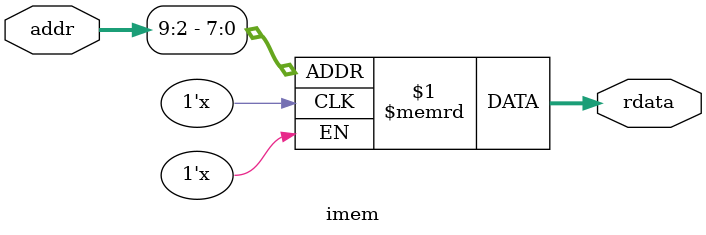
<source format=v>
`timescale 1ns/1ps

module imem #(
  parameter WORDS = 256
)(
  input  [31:0] addr,
  output [31:0] rdata
);

  localparam AW = $clog2(WORDS);
  reg [31:0] mem [0:WORDS-1];

  // Word-aligned read: byte addr -> word index.
  assign rdata = mem[addr[AW+1:2]];

endmodule

</source>
